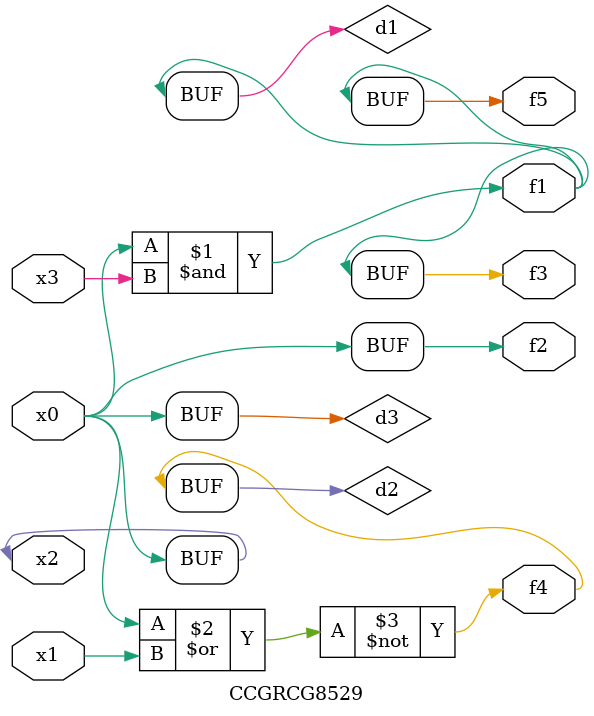
<source format=v>
module CCGRCG8529(
	input x0, x1, x2, x3,
	output f1, f2, f3, f4, f5
);

	wire d1, d2, d3;

	and (d1, x2, x3);
	nor (d2, x0, x1);
	buf (d3, x0, x2);
	assign f1 = d1;
	assign f2 = d3;
	assign f3 = d1;
	assign f4 = d2;
	assign f5 = d1;
endmodule

</source>
